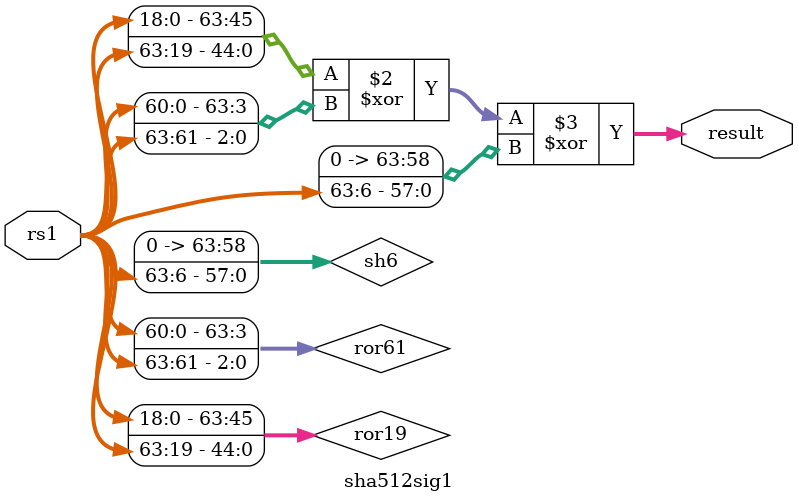
<source format=sv>

module sha512sig1(
   input  logic [63:0] rs1, 
   output logic [63:0] result
);

   logic [63:0] ror19, ror61, sh6;
   
   assign ror19 = {rs1[18:0], rs1[63:19]};
   assign ror61 = {rs1[60:0], rs1[63:61]};
   assign sh6  = rs1 >> 6;
   
   // Assign output to xor of 3 rotates
   assign result = ror19 ^ ror61 ^ sh6;
endmodule

</source>
